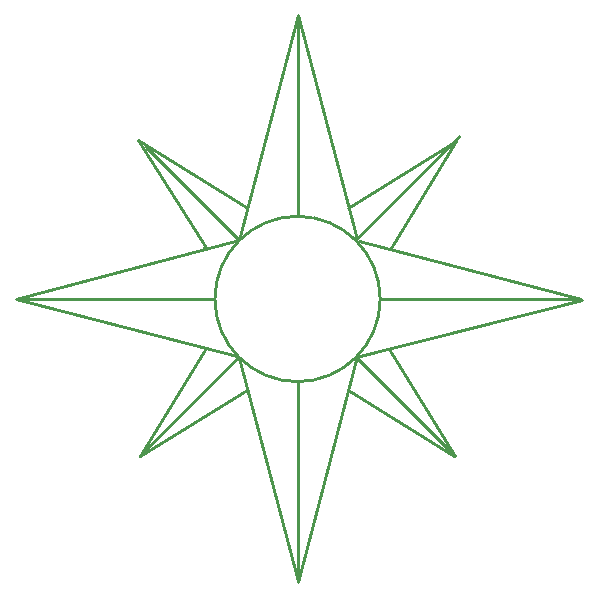
<source format=gbs>
G04*
G04 #@! TF.GenerationSoftware,Altium Limited,Altium Designer,21.8.1 (53)*
G04*
G04 Layer_Color=16711935*
%FSLAX25Y25*%
%MOIN*%
G70*
G04*
G04 #@! TF.SameCoordinates,2A3705A3-5D1E-4C85-BF93-37B68EBEE7C7*
G04*
G04*
G04 #@! TF.FilePolarity,Negative*
G04*
G01*
G75*
%ADD11C,0.01000*%
G36*
X88878Y107674D02*
X88731Y107527D01*
X88316Y107526D01*
X88021Y107819D01*
X88020Y108234D01*
X88167Y108381D01*
Y108381D01*
X120750Y141142D01*
X120858Y141250D01*
X121157Y141310D01*
X121438Y141193D01*
X121607Y140940D01*
X121607Y140788D01*
X121607Y140739D01*
X121588Y140642D01*
X121551Y140551D01*
X121496Y140469D01*
X121461Y140434D01*
X121462Y140434D01*
X88878Y107674D01*
D02*
G37*
G36*
X194453Y214847D02*
X194599Y214994D01*
X195015Y214996D01*
X195309Y214703D01*
X195311Y214287D01*
X195164Y214140D01*
X195164D01*
X161558Y180352D01*
X161451Y180244D01*
X161152Y180184D01*
X160871Y180300D01*
X160701Y180553D01*
Y180705D01*
Y180755D01*
X160720Y180851D01*
X160758Y180942D01*
X160812Y181024D01*
X160847Y181059D01*
Y181059D01*
X194453Y214847D01*
D02*
G37*
D11*
X168481Y160431D02*
G03*
X168481Y160431I-27559J0D01*
G01*
X141000Y66000D02*
X160287Y140242D01*
X121560Y140839D02*
X140979Y66552D01*
X140993Y132500D02*
X141000Y66000D01*
X90276Y211183D02*
X121572Y180055D01*
X88411Y108138D02*
X110351Y143993D01*
X88464Y108029D02*
X124000Y130000D01*
X160712Y140606D02*
X193305Y108188D01*
X157798Y130239D02*
X193221Y108104D01*
X171392Y143679D02*
X193371Y108197D01*
X161257Y179598D02*
X235463Y160519D01*
X172000Y177500D02*
X193860Y213164D01*
X157776Y190908D02*
X193888Y213196D01*
X87893Y213553D02*
X123707Y191160D01*
X87893Y213553D02*
X110724Y177179D01*
X109876Y177363D02*
X110081Y178227D01*
X46984Y160440D02*
X120729Y141394D01*
X47000Y160500D02*
X113000Y160507D01*
X141000Y255000D02*
X160642Y180252D01*
X160500Y141000D02*
X235663Y160236D01*
X121500Y180000D02*
X141000Y255000D01*
X47000Y160500D02*
X121500Y180000D01*
X168481Y160493D02*
X234500Y160500D01*
X140993Y254972D02*
X141000Y188000D01*
M02*

</source>
